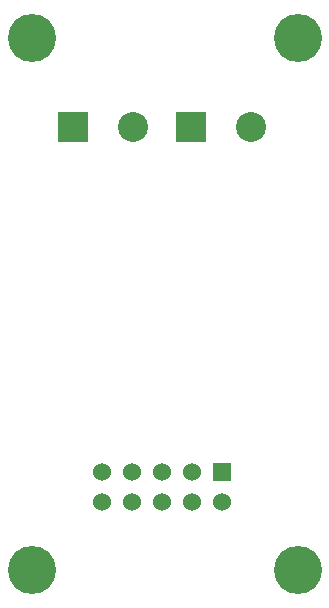
<source format=gts>
G04 (created by PCBNEW (2013-mar-13)-testing) date Tue 02 Apr 2013 06:59:38 PM CEST*
%MOIN*%
G04 Gerber Fmt 3.4, Leading zero omitted, Abs format*
%FSLAX34Y34*%
G01*
G70*
G90*
G04 APERTURE LIST*
%ADD10C,0.006*%
%ADD11R,0.06X0.06*%
%ADD12C,0.06*%
%ADD13R,0.1X0.1*%
%ADD14C,0.1*%
%ADD15C,0.16*%
G04 APERTURE END LIST*
G54D10*
G54D11*
X45700Y-53830D03*
G54D12*
X45700Y-54830D03*
X44700Y-53830D03*
X44700Y-54830D03*
X43700Y-53830D03*
X43700Y-54830D03*
X42700Y-53830D03*
X42700Y-54830D03*
X41700Y-53830D03*
X41700Y-54830D03*
G54D13*
X40732Y-42322D03*
G54D14*
X42732Y-42322D03*
G54D13*
X44669Y-42322D03*
G54D14*
X46669Y-42322D03*
G54D15*
X39370Y-39370D03*
X39370Y-57086D03*
X48228Y-39370D03*
X48228Y-57086D03*
M02*

</source>
